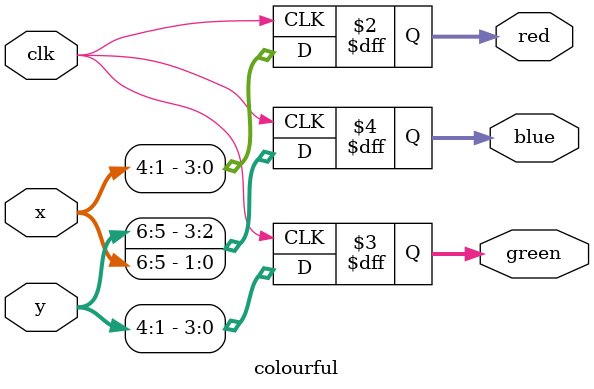
<source format=v>
module colourful(
	input wire clk,
	input wire [9:0]x,
	input wire [9:0]y,
	output reg [3:0]red,
	output reg [3:0]green,
	output reg [3:0]blue
);

always @(posedge clk)
begin
	red <= x[4:1];
	green <= y[4:1];
	blue[1:0] <= x[6:5];
	blue[3:2] <= y[6:5];
end


endmodule

</source>
